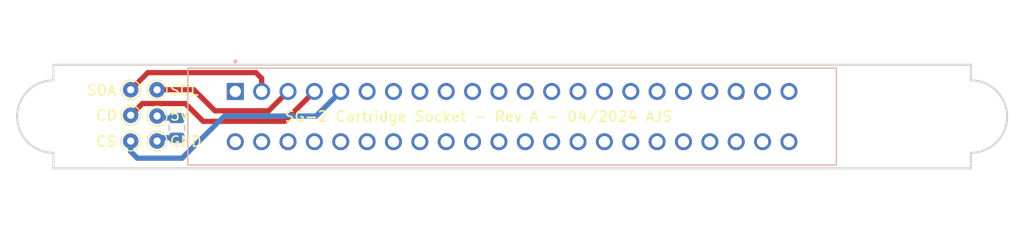
<source format=kicad_pcb>
(kicad_pcb (version 20221018) (generator pcbnew)
  (layers (0 "F.Cu" signal) (1 "In1.Cu" signal) (2 "In2.Cu" signal) (31 "B.Cu" signal) (34 "B.Paste" user) (35 "F.Paste" user) (36 "B.SilkS" user "B.Silkscreen") (37 "F.SilkS" user "F.Silkscreen") (38 "B.Mask" user) (39 "F.Mask" user) (44 "Edge.Cuts" user))
  (net 0 "")
  (net 1 "GND")
  (net 2 "+5V")
  (net 4 "Net-(J1-Pin_3)")
  (net 5 "Net-(J1-Pin_5)")
  (net 6 "Net-(J1-Pin_7)")
  (net 9 "Net-(J1-Pin_9)")
  (net 40 "unconnected-(J1-Pin_39-Pad39)")
  (footprint "TestPoint:TestPoint_THTPad_D1.5mm_Drill0.7mm" (layer "F.Cu") (at 107.442 99.871)
    (fp_text reference "TP4" hide)
    (fp_text value "TestPoint_Small")
    (fp_circle (center 0 0) (end 0 0.95) (stroke (width 0.12)) (fill none) (layer "F.SilkS"))
    (pad "1" thru_hole circle (at 0 0) (size 1.5 1.5) (drill 0.7) (layers "*.Cu" "*.Mask") (net 6 "Net-(J1-Pin_7)"))
  )
  (footprint "MountingHole:MountingHole_3.2mm_M3" (layer "F.Cu") (at 100 100)
    (fp_text reference "MT1" hide)
    (fp_text value "MountingHole")
    (pad "" np_thru_hole circle (at 0 0) (size 3.2 3.2) (drill 3.2) (layers "*.Cu" "*.Mask"))
  )
  (footprint "TestPoint:TestPoint_THTPad_D1.5mm_Drill0.7mm" (layer "F.Cu") (at 109.982 102.362)
    (fp_text reference "TP6" hide)
    (fp_text value "TestPoint_Small")
    (fp_circle (center 0 0) (end 0 0.95) (stroke (width 0.12)) (fill none) (layer "F.SilkS"))
    (pad "1" thru_hole circle (at 0 0) (size 1.5 1.5) (drill 0.7) (layers "*.Cu" "*.Mask") (net 1 "GND"))
  )
  (footprint "TestPoint:TestPoint_THTPad_D1.5mm_Drill0.7mm" (layer "F.Cu") (at 107.442 97.409)
    (fp_text reference "TP2" hide)
    (fp_text value "TestPoint_Small")
    (fp_circle (center 0 0) (end 0 0.95) (stroke (width 0.12)) (fill none) (layer "F.SilkS"))
    (pad "1" thru_hole circle (at 0 0) (size 1.5 1.5) (drill 0.7) (layers "*.Cu" "*.Mask") (net 4 "Net-(J1-Pin_3)"))
  )
  (footprint "TestPoint:TestPoint_THTPad_D1.5mm_Drill0.7mm" (layer "F.Cu") (at 107.442 102.362)
    (fp_text reference "TP5" hide)
    (fp_text value "TestPoint_Small")
    (fp_circle (center 0 0) (end 0 0.95) (stroke (width 0.12)) (fill none) (layer "F.SilkS"))
    (pad "1" thru_hole circle (at 0 0) (size 1.5 1.5) (drill 0.7) (layers "*.Cu" "*.Mask") (net 9 "Net-(J1-Pin_9)"))
  )
  (footprint "TestPoint:TestPoint_THTPad_D1.5mm_Drill0.7mm" (layer "F.Cu") (at 109.982 99.949)
    (fp_text reference "TP1" hide)
    (fp_text value "TestPoint_Small")
    (fp_circle (center 0 0) (end 0 0.95) (stroke (width 0.12)) (fill none) (layer "F.SilkS"))
    (pad "1" thru_hole circle (at 0 0) (size 1.5 1.5) (drill 0.7) (layers "*.Cu" "*.Mask") (net 2 "+5V"))
  )
  (footprint "TestPoint:TestPoint_THTPad_D1.5mm_Drill0.7mm" (layer "F.Cu") (at 109.982 97.409)
    (fp_text reference "TP3" hide)
    (fp_text value "TestPoint_Small")
    (fp_circle (center 0 0) (end 0 0.95) (stroke (width 0.12)) (fill none) (layer "F.SilkS"))
    (pad "1" thru_hole circle (at 0 0) (size 1.5 1.5) (drill 0.7) (layers "*.Cu" "*.Mask") (net 5 "Net-(J1-Pin_5)"))
  )
  (footprint "MountingHole:MountingHole_3.2mm_M3" (layer "F.Cu") (at 188.38 100)
    (fp_text reference "MT2" hide)
    (fp_text value "MountingHole")
    (pad "" np_thru_hole circle (at 0 0) (size 3.2 3.2) (drill 3.2) (layers "*.Cu" "*.Mask"))
  )
  (footprint "Capacitor_SMD:C_0805_2012Metric" (layer "B.Cu") (at 111.887 101.092 90)
    (fp_text reference "C1" hide)
    (fp_text value "47u")
    (fp_line (start -0.261252 -0.735) (end 0.261252 -0.735) (stroke (width 0.12)) (layer "B.SilkS"))
    (fp_line (start -0.261252 0.735) (end 0.261252 0.735) (stroke (width 0.12)) (layer "B.SilkS"))
    (pad "1" smd roundrect (at -0.95 0 90) (size 1 1.45) (layers "B.Cu" "B.Paste" "B.Mask") (net 1 "GND"))
    (pad "2" smd roundrect (at 0.95 0 90) (size 1 1.45) (layers "B.Cu" "B.Paste" "B.Mask") (net 2 "+5V"))
  )
  (footprint "synthguitar:TE_5530843-4" (layer "B.Cu") (at 144.19 100)
    (fp_text reference "J1" hide)
    (fp_text value "Conn_02x22_Odd_Even")
    (fp_line (start -31.242 -4.6736) (end 31.242 -4.6736) (stroke (width 0.127)) (layer "B.SilkS"))
    (fp_line (start -31.242 4.6736) (end -31.242 -4.6736) (stroke (width 0.127)) (layer "B.SilkS"))
    (fp_line (start 31.242 -4.6736) (end 31.242 4.6736) (stroke (width 0.127)) (layer "B.SilkS"))
    (fp_line (start 31.242 4.6736) (end -31.242 4.6736) (stroke (width 0.127)) (layer "B.SilkS"))
    (fp_circle (center -26.67 -5.334) (end -26.57 -5.334) (stroke (width 0.2)) (fill none) (layer "B.SilkS"))
    (pad "1" thru_hole rect (at -26.67 -2.4257) (size 1.6383 1.6383) (drill 1.0922) (layers "*.Cu" "*.Mask") (net 2 "+5V"))
    (pad "2" thru_hole circle (at -26.67 2.4257) (size 1.6383 1.6383) (drill 1.0922) (layers "*.Cu" "*.Mask"))
    (pad "3" thru_hole circle (at -24.13 -2.4257) (size 1.6383 1.6383) (drill 1.0922) (layers "*.Cu" "*.Mask") (net 4 "Net-(J1-Pin_3)"))
    (pad "4" thru_hole circle (at -24.13 2.4257) (size 1.6383 1.6383) (drill 1.0922) (layers "*.Cu" "*.Mask"))
    (pad "5" thru_hole circle (at -21.59 -2.4257) (size 1.6383 1.6383) (drill 1.0922) (layers "*.Cu" "*.Mask") (net 5 "Net-(J1-Pin_5)"))
    (pad "6" thru_hole circle (at -21.59 2.4257) (size 1.6383 1.6383) (drill 1.0922) (layers "*.Cu" "*.Mask"))
    (pad "7" thru_hole circle (at -19.05 -2.4257) (size 1.6383 1.6383) (drill 1.0922) (layers "*.Cu" "*.Mask") (net 6 "Net-(J1-Pin_7)"))
    (pad "8" thru_hole circle (at -19.05 2.4257) (size 1.6383 1.6383) (drill 1.0922) (layers "*.Cu" "*.Mask") (net 1 "GND"))
    (pad "9" thru_hole circle (at -16.51 -2.4257) (size 1.6383 1.6383) (drill 1.0922) (layers "*.Cu" "*.Mask") (net 9 "Net-(J1-Pin_9)"))
    (pad "10" thru_hole circle (at -16.51 2.4257) (size 1.6383 1.6383) (drill 1.0922) (layers "*.Cu" "*.Mask"))
    (pad "11" thru_hole circle (at -13.97 -2.4257) (size 1.6383 1.6383) (drill 1.0922) (layers "*.Cu" "*.Mask") (net 1 "GND"))
    (pad "12" thru_hole circle (at -13.97 2.4257) (size 1.6383 1.6383) (drill 1.0922) (layers "*.Cu" "*.Mask"))
    (pad "13" thru_hole circle (at -11.43 -2.4257) (size 1.6383 1.6383) (drill 1.0922) (layers "*.Cu" "*.Mask"))
    (pad "14" thru_hole circle (at -11.43 2.4257) (size 1.6383 1.6383) (drill 1.0922) (layers "*.Cu" "*.Mask"))
    (pad "15" thru_hole circle (at -8.89 -2.4257) (size 1.6383 1.6383) (drill 1.0922) (layers "*.Cu" "*.Mask"))
    (pad "16" thru_hole circle (at -8.89 2.4257) (size 1.6383 1.6383) (drill 1.0922) (layers "*.Cu" "*.Mask"))
    (pad "17" thru_hole circle (at -6.35 -2.4257) (size 1.6383 1.6383) (drill 1.0922) (layers "*.Cu" "*.Mask"))
    (pad "18" thru_hole circle (at -6.35 2.4257) (size 1.6383 1.6383) (drill 1.0922) (layers "*.Cu" "*.Mask"))
    (pad "19" thru_hole circle (at -3.81 -2.4257) (size 1.6383 1.6383) (drill 1.0922) (layers "*.Cu" "*.Mask"))
    (pad "20" thru_hole circle (at -3.81 2.4257) (size 1.6383 1.6383) (drill 1.0922) (layers "*.Cu" "*.Mask"))
    (pad "21" thru_hole circle (at -1.27 -2.4257) (size 1.6383 1.6383) (drill 1.0922) (layers "*.Cu" "*.Mask"))
    (pad "22" thru_hole circle (at -1.27 2.4257) (size 1.6383 1.6383) (drill 1.0922) (layers "*.Cu" "*.Mask"))
    (pad "23" thru_hole circle (at 1.27 -2.4257) (size 1.6383 1.6383) (drill 1.0922) (layers "*.Cu" "*.Mask"))
    (pad "24" thru_hole circle (at 1.27 2.4257) (size 1.6383 1.6383) (drill 1.0922) (layers "*.Cu" "*.Mask"))
    (pad "25" thru_hole circle (at 3.81 -2.4257) (size 1.6383 1.6383) (drill 1.0922) (layers "*.Cu" "*.Mask"))
    (pad "26" thru_hole circle (at 3.81 2.4257) (size 1.6383 1.6383) (drill 1.0922) (layers "*.Cu" "*.Mask"))
    (pad "27" thru_hole circle (at 6.35 -2.4257) (size 1.6383 1.6383) (drill 1.0922) (layers "*.Cu" "*.Mask"))
    (pad "28" thru_hole circle (at 6.35 2.4257) (size 1.6383 1.6383) (drill 1.0922) (layers "*.Cu" "*.Mask"))
    (pad "29" thru_hole circle (at 8.89 -2.4257) (size 1.6383 1.6383) (drill 1.0922) (layers "*.Cu" "*.Mask"))
    (pad "30" thru_hole circle (at 8.89 2.4257) (size 1.6383 1.6383) (drill 1.0922) (layers "*.Cu" "*.Mask"))
    (pad "31" thru_hole circle (at 11.43 -2.4257) (size 1.6383 1.6383) (drill 1.0922) (layers "*.Cu" "*.Mask"))
    (pad "32" thru_hole circle (at 11.43 2.4257) (size 1.6383 1.6383) (drill 1.0922) (layers "*.Cu" "*.Mask"))
    (pad "33" thru_hole circle (at 13.97 -2.4257) (size 1.6383 1.6383) (drill 1.0922) (layers "*.Cu" "*.Mask"))
    (pad "34" thru_hole circle (at 13.97 2.4257) (size 1.6383 1.6383) (drill 1.0922) (layers "*.Cu" "*.Mask"))
    (pad "35" thru_hole circle (at 16.51 -2.4257) (size 1.6383 1.6383) (drill 1.0922) (layers "*.Cu" "*.Mask"))
    (pad "36" thru_hole circle (at 16.51 2.4257) (size 1.6383 1.6383) (drill 1.0922) (layers "*.Cu" "*.Mask"))
    (pad "37" thru_hole circle (at 19.05 -2.4257) (size 1.6383 1.6383) (drill 1.0922) (layers "*.Cu" "*.Mask"))
    (pad "38" thru_hole circle (at 19.05 2.4257) (size 1.6383 1.6383) (drill 1.0922) (layers "*.Cu" "*.Mask"))
    (pad "39" thru_hole circle (at 21.59 -2.4257) (size 1.6383 1.6383) (drill 1.0922) (layers "*.Cu" "*.Mask") (net 40 "unconnected-(J1-Pin_39-Pad39)"))
    (pad "40" thru_hole circle (at 21.59 2.4257) (size 1.6383 1.6383) (drill 1.0922) (layers "*.Cu" "*.Mask"))
    (pad "41" thru_hole circle (at 24.13 -2.4257) (size 1.6383 1.6383) (drill 1.0922) (layers "*.Cu" "*.Mask"))
    (pad "42" thru_hole circle (at 24.13 2.4257) (size 1.6383 1.6383) (drill 1.0922) (layers "*.Cu" "*.Mask"))
    (pad "43" thru_hole circle (at 26.67 -2.4257) (size 1.6383 1.6383) (drill 1.0922) (layers "*.Cu" "*.Mask"))
    (pad "44" thru_hole circle (at 26.67 2.4257) (size 1.6383 1.6383) (drill 1.0922) (layers "*.Cu" "*.Mask"))
  )
  (gr_line (start 100 103.5) (end 100 105) (stroke (width 0.2032)) (layer "Edge.Cuts"))
  (gr_line (start 100 95) (end 188.38 95) (stroke (width 0.2032)) (layer "Edge.Cuts"))
  (gr_line (start 100 105) (end 188.38 105) (stroke (width 0.2032)) (layer "Edge.Cuts"))
  (gr_arc (start 188.38 96.5) (mid 191.88 100) (end 188.38 103.5) (stroke (width 0.2032)) (layer "Edge.Cuts"))
  (gr_line (start 100 95) (end 100 96.5) (stroke (width 0.2032)) (layer "Edge.Cuts"))
  (gr_arc (start 100 103.5) (mid 96.5 100) (end 100 96.5) (stroke (width 0.2032)) (layer "Edge.Cuts"))
  (gr_line (start 188.38 103.5) (end 188.38 105) (stroke (width 0.2032)) (layer "Edge.Cuts"))
  (gr_line (start 188.38 95) (end 188.38 96.5) (stroke (width 0.2032)) (layer "Edge.Cuts"))
  (gr_text "CD" (at 104.013 100.457) (layer "F.SilkS") (effects (font (size 1 1)) (justify left bottom)))
  (gr_text "SG-2 Cartridge Socket - Rev A - 04/2024 AJS" (at 122.174 100.584) (layer "F.SilkS") (effects (font (size 1 1)) (justify left bottom)))
  (gr_text "CS" (at 104.013 102.997) (layer "F.SilkS") (effects (font (size 1 1)) (justify left bottom)))
  (gr_text "SCL" (at 111.125 98.044) (layer "F.SilkS") (effects (font (size 1 1)) (justify left bottom)))
  (gr_text "SDA" (at 103.124 98.044) (layer "F.SilkS") (effects (font (size 1 1)) (justify left bottom)))
  (gr_text "GND" (at 111.125 102.997) (layer "F.SilkS") (effects (font (size 1 1)) (justify left bottom)))
  (gr_text "5V" (at 111.125 100.457) (layer "F.SilkS") (effects (font (size 1 1)) (justify left bottom)))
  (segment (start 112.141 102.042) (end 110.302 102.042) (width 0.508) (layer "B.Cu") (net 1))
  (segment (start 110.302 102.042) (end 109.982 102.362) (width 0.508) (layer "B.Cu") (net 1))
  (segment (start 112.141 100.142) (end 110.175 100.142) (width 0.508) (layer "B.Cu") (net 2))
  (segment (start 110.175 100.142) (end 109.982 99.949) (width 0.508) (layer "B.Cu") (net 2))
  (segment (start 119.507 95.758) (end 109.093 95.758) (width 0.508) (layer "F.Cu") (net 4))
  (segment (start 107.442 97.409) (end 109.093 95.758) (width 0.508) (layer "F.Cu") (net 4))
  (segment (start 120.06 96.311) (end 120.06 97.5743) (width 0.508) (layer "F.Cu") (net 4))
  (segment (start 119.507 95.758) (end 120.06 96.311) (width 0.508) (layer "F.Cu") (net 4))
  (segment (start 113.527789 97.409) (end 115.559789 99.441) (width 0.508) (layer "F.Cu") (net 5))
  (segment (start 109.982 97.409) (end 113.527789 97.409) (width 0.508) (layer "F.Cu") (net 5))
  (segment (start 115.559789 99.441) (end 120.7333 99.441) (width 0.508) (layer "F.Cu") (net 5))
  (segment (start 120.7333 99.441) (end 122.6 97.5743) (width 0.508) (layer "F.Cu") (net 5))
  (segment (start 114.427 100.457) (end 122.2573 100.457) (width 0.508) (layer "F.Cu") (net 6))
  (segment (start 122.2573 100.457) (end 125.14 97.5743) (width 0.508) (layer "F.Cu") (net 6))
  (segment (start 108.5712 98.7418) (end 112.7118 98.7418) (width 0.508) (layer "F.Cu") (net 6))
  (segment (start 107.442 99.871) (end 108.5712 98.7418) (width 0.508) (layer "F.Cu") (net 6))
  (segment (start 112.7118 98.7418) (end 114.427 100.457) (width 0.508) (layer "F.Cu") (net 6))
  (segment (start 116.459 99.949) (end 125.3053 99.949) (width 0.508) (layer "B.Cu") (net 9))
  (segment (start 107.442 103.378) (end 108.077 104.013) (width 0.508) (layer "B.Cu") (net 9))
  (segment (start 112.395 104.013) (end 116.459 99.949) (width 0.508) (layer "B.Cu") (net 9))
  (segment (start 108.077 104.013) (end 112.395 104.013) (width 0.508) (layer "B.Cu") (net 9))
  (segment (start 125.3053 99.949) (end 127.68 97.5743) (width 0.508) (layer "B.Cu") (net 9))
  (segment (start 107.442 102.362) (end 107.442 103.378) (width 0.508) (layer "B.Cu") (net 9))
  (segment (start 166.055 97.8493) (end 165.78 97.5743) (width 1.016) (layer "F.Cu") (net 40))
)
</source>
